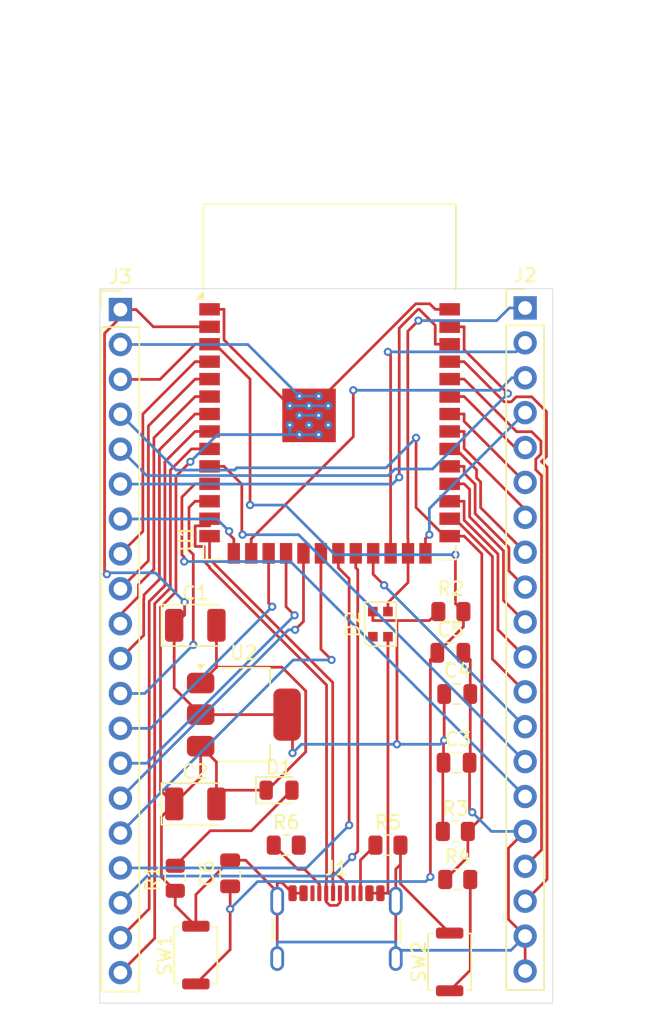
<source format=kicad_pcb>
(kicad_pcb (version 20241229) (generator "pcbnew") (generator_version "9.0")
  (layers (0 "F.Cu" signal) (2 "B.Cu" signal) (13 "F.Paste" user) (15 "B.Paste" user) (5 "F.SilkS" user "F.Silkscreen") (7 "B.SilkS" user "B.Silkscreen") (1 "F.Mask" user) (3 "B.Mask" user) (25 "Edge.Cuts" user))
  (net 0 "")
  (net 1 "+5V")
  (net 2 "+3V3")
  (net 3 "EN")
  (net 4 "Net-(D1-A)")
  (net 5 "IO48")
  (net 7 "D+")
  (net 8 "D-")
  (net 9 "Net-(J1-CC1)")
  (net 10 "Net-(J1-CC2)")
  (net 11 "BOOT")
  (net 12 "Net-(R4-Pad2)")
  (net 14 "IO5")
  (net 15 "IO17")
  (net 16 "IO9")
  (net 17 "IO14")
  (net 18 "IO11")
  (net 19 "RX")
  (net 20 "IO10")
  (net 21 "IO47")
  (net 22 "IO8")
  (net 23 "IO18")
  (net 24 "IO40")
  (net 25 "TX")
  (net 26 "IO13")
  (net 27 "IO6")
  (net 28 "IO38")
  (net 29 "IO46")
  (net 30 "IO41")
  (net 31 "IO2")
  (net 32 "IO39")
  (net 33 "IO15")
  (net 34 "IO23")
  (net 35 "IO7")
  (net 36 "IO35")
  (net 37 "IO12")
  (net 38 "IO3")
  (net 39 "IO42")
  (net 40 "IO37")
  (net 41 "IO1")
  (net 42 "IO36")
  (net 43 "IO16")
  (net 44 "IO45")
  (net 45 "IO4")
  (footprint "Connector_PinHeader_2.54mm:PinHeader_1x20_P2.54mm_Vertical" (layer "F.Cu") (at 222.5 57.52)
    (property "Reference" "J3")
    (property "Value" "Conn_01x20_Pin")
  )
  (footprint "Resistor_SMD:R_0805_2012Metric" (layer "F.Cu") (at 246.9125 95.5)
    (property "Reference" "R3")
    (property "Value" "10k")
  )
  (footprint "Capacitor_Tantalum_SMD:CP_EIA-3528-12_Kemet-T" (layer "F.Cu") (at 227.96 80.5)
    (property "Reference" "C1")
    (property "Value" "22 uf")
  )
  (footprint "Resistor_SMD:R_0805_2012Metric" (layer "F.Cu") (at 242 96.5)
    (property "Reference" "R5")
    (property "Value" "5.1K")
  )
  (footprint "Capacitor_SMD:C_0805_2012Metric" (layer "F.Cu") (at 230.5 98.55 90)
    (property "Reference" "C6")
    (property "Value" "100 NF")
  )
  (footprint "Button_Switch_SMD:SW_Push_SPST_NO_Alps_SKRK" (layer "F.Cu") (at 228 104.5 90)
    (property "Reference" "SW1")
    (property "Value" "SW_Push")
  )
  (footprint "Connector_PinHeader_2.54mm:PinHeader_1x20_P2.54mm_Vertical" (layer "F.Cu") (at 252 57.4)
    (property "Reference" "J2")
    (property "Value" "Conn_01x20_Pin")
  )
  (footprint "Resistor_SMD:R_0805_2012Metric" (layer "F.Cu") (at 247.0875 99)
    (property "Reference" "R4")
    (property "Value" "100R")
  )
  (footprint "Resistor_SMD:R_0805_2012Metric" (layer "F.Cu") (at 246.5875 79.5)
    (property "Reference" "R2")
    (property "Value" "10k")
  )
  (footprint "Package_TO_SOT_SMD:SOT-223-3_TabPin2" (layer "F.Cu") (at 231.5 87)
    (property "Reference" "U2")
    (property "Value" "AMS1117-3.3")
  )
  (footprint "Capacitor_SMD:C_0805_2012Metric" (layer "F.Cu") (at 247.05 85.5)
    (property "Reference" "C4")
    (property "Value" "100 nf")
  )
  (footprint "Connector_USB:USB_C_Receptacle_GCT_USB4105-xx-A_16P_TopMnt_Horizontal" (layer "F.Cu") (at 238.25 103.68)
    (property "Reference" "J1")
    (property "Value" "USB_C_Receptacle_USB2.0_14P")
  )
  (footprint "LED_SMD:LED_WS2812B-2020_PLCC4_2.0x2.0mm" (layer "F.Cu") (at 241.45 80.415 90)
    (property "Reference" "D2")
    (property "Value" "WS2812B-2020")
  )
  (footprint "Capacitor_SMD:C_0805_2012Metric" (layer "F.Cu") (at 247 90.5)
    (property "Reference" "C3")
    (property "Value" "22 uf")
  )
  (footprint "Resistor_SMD:R_0805_2012Metric" (layer "F.Cu") (at 234.5875 96.5)
    (property "Reference" "R6")
    (property "Value" "5.1K")
  )
  (footprint "Capacitor_Tantalum_SMD:CP_EIA-3528-12_Kemet-T" (layer "F.Cu") (at 227.96 93.5)
    (property "Reference" "C2")
    (property "Value" "22 uf")
  )
  (footprint "RF_Module:ESP32-S3-WROOM-1" (layer "F.Cu") (at 237.75 62.76)
    (property "Reference" "U1")
    (property "Value" "ESP32-S3-WROOM-1")
  )
  (footprint "Resistor_SMD:R_0805_2012Metric" (layer "F.Cu") (at 226.5 98.9125 90)
    (property "Reference" "R1")
    (property "Value" "2k")
  )
  (footprint "Button_Switch_SMD:SW_Push_SPST_NO_Alps_SKRK" (layer "F.Cu") (at 246.5 105 90)
    (property "Reference" "SW2")
    (property "Value" "SW_Push")
  )
  (footprint "Capacitor_SMD:C_0805_2012Metric" (layer "F.Cu") (at 246.55 82.5)
    (property "Reference" "C5")
    (property "Value" "1 uf")
  )
  (footprint "LED_SMD:LED_0805_2012Metric" (layer "F.Cu") (at 234.0625 92.5)
    (property "Reference" "D1")
    (property "Value" "LED")
  )
  (gr_rect (start 221 56) (end 254 108) (stroke (width 0.05)) (fill no) (layer "Edge.Cuts"))
  (segment (start 248 90.45) (end 247.95 90.5) (width 0.2) (layer "F.Cu") (net 1))
  (segment (start 234.2733 99.2233) (end 235.05 100) (width 0.2) (layer "F.Cu") (net 1))
  (segment (start 228 102.4) (end 226.5 100.9) (width 0.2) (layer "F.Cu") (net 1))
  (segment (start 225.4249 79.1831) (end 225.4249 92.5049) (width 0.2) (layer "F.Cu") (net 1))
  (segment (start 245.0466 57.0983) (end 244.0265 57.0983) (width 0.2) (layer "F.Cu") (net 1))
  (segment (start 230.0517 57.5) (end 230.0517 59.7217) (width 0.2) (layer "F.Cu") (net 1))
  (segment (start 242 81.33) (end 242 100) (width 0.2) (layer "F.Cu") (net 1))
  (segment (start 230.0517 59.7217) (end 234.85 64.52) (width 0.2) (layer "F.Cu") (net 1))
  (segment (start 228 102.4) (end 228 100.1) (width 0.2) (layer "F.Cu") (net 1))
  (segment (start 233.93 99.8991) (end 231.6309 97.6) (width 0.2) (layer "F.Cu") (net 1))
  (segment (start 226.5471 69.6482) (end 226.5471 78.0609) (width 0.2) (layer "F.Cu") (net 1))
  (segment (start 236.95 63.82) (end 236.95 65.22) (width 0.2) (layer "F.Cu") (net 1))
  (segment (start 233.93 99.8991) (end 233.93 99.2233) (width 0.2) (layer "F.Cu") (net 1))
  (segment (start 248.146 94.1083) (end 247.95 93.9123) (width 0.2) (layer "F.Cu") (net 1))
  (segment (start 242.912 99.3125) (end 242.912 97.9062) (width 0.2) (layer "F.Cu") (net 1))
  (segment (start 236.25 64.52) (end 236.25 65.22) (width 0.2) (layer "F.Cu") (net 1))
  (segment (start 225.4902 94.4298) (end 226.42 93.5) (width 0.2) (layer "F.Cu") (net 1))
  (segment (start 233.125 92.5) (end 229.5 92.5) (width 0.2) (layer "F.Cu") (net 1))
  (segment (start 241.45 100) (end 240.65 100) (width 0.2) (layer "F.Cu") (net 1))
  (segment (start 242.57 100) (end 242.57 100.575) (width 0.2) (layer "F.Cu") (net 1))
  (segment (start 250.7839 96.7161) (end 250.7839 101.9039) (width 0.2) (layer "F.Cu") (net 1))
  (segment (start 233.93 104.755) (end 233.93 100.575) (width 0.2) (layer "F.Cu") (net 1))
  (segment (start 234.2779 83.55) (end 229.5 83.55) (width 0.2) (layer "F.Cu") (net 1))
  (segment (start 226.5471 78.0609) (end 225.4249 79.1831) (width 0.2) (layer "F.Cu") (net 1))
  (segment (start 228 100.1) (end 230.5 97.6) (width 0.2) (layer "F.Cu") (net 1))
  (segment (start 226.5 99.825) (end 225.4902 98.8152) (width 0.2) (layer "F.Cu") (net 1))
  (segment (start 229.5 83.55) (end 229.5 80.5) (width 0.2) (layer "F.Cu") (net 1))
  (segment (start 228.35 91.57) (end 228.35 89.3) (width 0.2) (layer "F.Cu") (net 1))
  (segment (start 233.125 92.5) (end 233.2182 92.5) (width 0.2) (layer "F.Cu") (net 1))
  (segment (start 233.93 99.2233) (end 234.2733 99.2233) (width 0.2) (layer "F.Cu") (net 1))
  (segment (start 229.5 90.45) (end 229.5 92.5) (width 0.2) (layer "F.Cu") (net 1))
  (segment (start 227.5983 68.597) (end 226.5471 69.6482) (width 0.2) (layer "F.Cu") (net 1))
  (segment (start 237.65 63.4748) (end 237.65 64.52) (width 0.2) (layer "F.Cu") (net 1))
  (segment (start 228.35 84.7) (end 229.5 83.55) (width 0.2) (layer "F.Cu") (net 1))
  (segment (start 231.6309 97.6) (end 230.5 97.6) (width 0.2) (layer "F.Cu") (net 1))
  (segment (start 242.9125 96.5) (end 242.912 96.5) (width 0.2) (layer "F.Cu") (net 1))
  (segment (start 246.5 102.9) (end 242.912 99.3125) (width 0.2) (layer "F.Cu") (net 1))
  (segment (start 225.4249 92.5049) (end 226.42 93.5) (width 0.2) (layer "F.Cu") (net 1))
  (segment (start 242.912 97.9062) (end 242.57 98.2482) (width 0.2) (layer "F.Cu") (net 1))
  (segment (start 252 95.5) (end 250.7839 96.7161) (width 0.2) (layer "F.Cu") (net 1))
  (segment (start 237.65 65.92) (end 237.65 64.52) (width 0.2) (layer "F.Cu") (net 1))
  (segment (start 233.93 100.575) (end 233.93 99.8991) (width 0.2) (layer "F.Cu") (net 1))
  (segment (start 246.5 57.5) (end 245.4483 57.5) (width 0.2) (layer "F.Cu") (net 1))
  (segment (start 236.0061 89.7121) (end 236.0061 85.2782) (width 0.2) (layer "F.Cu") (net 1))
  (segment (start 234.85 65.92) (end 234.85 64.52) (width 0.2) (layer "F.Cu") (net 1))
  (segment (start 242.57 104.755) (end 242.57 100.575) (width 0.2) (layer "F.Cu") (net 1))
  (segment (start 252 105.66) (end 252 103.12) (width 0.2) (layer "F.Cu") (net 1))
  (segment (start 226.42 93.5) (end 228.35 91.57) (width 0.2) (layer "F.Cu") (net 1))
  (segment (start 228.35 89.3) (end 229.5 90.45) (width 0.2) (layer "F.Cu") (net 1))
  (segment (start 248 85.5) (end 248 83) (width 0.2) (layer "F.Cu") (net 1))
  (segment (start 250.7839 101.9039) (end 252 103.12) (width 0.2) (layer "F.Cu") (net 1))
  (segment (start 236.25 65.92) (end 236.25 65.22) (width 0.2) (layer "F.Cu") (net 1))
  (segment (start 236.95 65.22) (end 236.95 66.62) (width 0.2) (layer "F.Cu") (net 1))
  (segment (start 248 83) (end 247.5 82.5) (width 0.2) (layer "F.Cu") (net 1))
  (segment (start 226.5 100.9) (end 226.5 99.825) (width 0.2) (layer "F.Cu") (net 1))
  (segment (start 248 85.5) (end 248 90.45) (width 0.2) (layer "F.Cu") (net 1))
  (segment (start 233.2182 92.5) (end 236.0061 89.7121) (width 0.2) (layer "F.Cu") (net 1))
  (segment (start 242.912 97.9062) (end 242.912 96.5) (width 0.2) (layer "F.Cu") (net 1))
  (segment (start 229 57.5) (end 230.0517 57.5) (width 0.2) (layer "F.Cu") (net 1))
  (segment (start 244.0265 57.0983) (end 237.65 63.4748) (width 0.2) (layer "F.Cu") (net 1))
  (segment (start 242.57 100) (end 242 100) (width 0.2) (layer "F.Cu") (net 1))
  (segment (start 242 100) (end 241.45 100) (width 0.2) (layer "F.Cu") (net 1))
  (segment (start 247.95 93.9123) (end 247.95 90.5) (width 0.2) (layer "F.Cu") (net 1))
  (segment (start 235.85 100) (end 235.05 100) (width 0.2) (layer "F.Cu") (net 1))
  (segment (start 242.57 98.2482) (end 242.57 100) (width 0.2) (layer "F.Cu") (net 1))
  (segment (start 229.5 92.5) (end 229.5 93.5) (width 0.2) (layer "F.Cu") (net 1))
  (segment (start 225.4902 98.8152) (end 225.4902 94.4298) (width 0.2) (layer "F.Cu") (net 1))
  (segment (start 245.4483 57.5) (end 245.0466 57.0983) (width 0.2) (layer "F.Cu") (net 1))
  (segment (start 236.0061 85.2782) (end 234.2779 83.55) (width 0.2) (layer "F.Cu") (net 1))
  (via (at 227.5983 68.597) (size 0.6) (drill 0.3) (layers "F.Cu" "B.Cu") (net 1))
  (via (at 248.146 94.1083) (size 0.6) (drill 0.3) (layers "F.Cu" "B.Cu") (net 1))
  (segment (start 252 95.5) (end 249.5377 95.5) (width 0.2) (layer "B.Cu") (net 1))
  (segment (start 236.95 65.22) (end 235.55 65.22) (width 0.2) (layer "B.Cu") (net 1))
  (segment (start 242.57 104.1541) (end 242.57 103.5533) (width 0.2) (layer "B.Cu") (net 1))
  (segment (start 235.55 63.82) (end 231.79 60.06) (width 0.2) (layer "B.Cu") (net 1))
  (segment (start 250.9659 104.1541) (end 252 103.12) (width 0.2) (layer "B.Cu") (net 1))
  (segment (start 231.79 60.06) (end 222.5 60.06) (width 0.2) (layer "B.Cu") (net 1))
  (segment (start 233.93 104.755) (end 233.93 103.5533) (width 0.2) (layer "B.Cu") (net 1))
  (segment (start 234.85 66.62) (end 234.85 65.92) (width 0.2) (layer "B.Cu") (net 1))
  (segment (start 242.57 104.755) (end 242.57 104.1541) (width 0.2) (layer "B.Cu") (net 1))
  (segment (start 236.95 63.82) (end 235.55 63.82) (width 0.2) (layer "B.Cu") (net 1))
  (segment (start 242.57 103.5533) (end 233.93 103.5533) (width 0.2) (layer "B.Cu") (net 1))
  (segment (start 242.57 104.1541) (end 250.9659 104.1541) (width 0.2) (layer "B.Cu") (net 1))
  (segment (start 237.65 64.52) (end 236.25 64.52) (width 0.2) (layer "B.Cu") (net 1))
  (segment (start 249.5377 95.5) (end 248.146 94.1083) (width 0.2) (layer "B.Cu") (net 1))
  (segment (start 227.5983 68.597) (end 229.5753 66.62) (width 0.2) (layer "B.Cu") (net 1))
  (segment (start 235.55 66.62) (end 234.85 66.62) (width 0.2) (layer "B.Cu") (net 1))
  (segment (start 229.5753 66.62) (end 234.85 66.62) (width 0.2) (layer "B.Cu") (net 1))
  (segment (start 235.55 66.62) (end 236.95 66.62) (width 0.2) (layer "B.Cu") (net 1))
  (segment (start 234.85 64.52) (end 236.25 64.52) (width 0.2) (layer "B.Cu") (net 1))
  (segment (start 240.9 79.5) (end 240.9 80.1517) (width 0.2) (layer "F.Cu") (net 2))
  (segment (start 240.9 80.1517) (end 242.6568 80.1517) (width 0.2) (layer "F.Cu") (net 2))
  (segment (start 223.0759 57.52) (end 221.3483 59.2476) (width 0.2) (layer "F.Cu") (net 2))
  (segment (start 246 90.55) (end 246.05 90.5) (width 0.2) (layer "F.Cu") (net 2))
  (segment (start 223.0759 57.52) (end 223.6517 57.52) (width 0.2) (layer "F.Cu") (net 2))
  (segment (start 235.0457 87.3957) (end 234.65 87) (width 0.2) (layer "F.Cu") (net 2))
  (segment (start 224.9017 58.77) (end 229 58.77) (width 0.2) (layer "F.Cu") (net 2))
  (segment (start 235.0457 89.8009) (end 235.0457 87.3957) (width 0.2) (layer "F.Cu") (net 2))
  (segment (start 242.6568 80.1517) (end 245.0233 80.1517) (width 0.2) (layer "F.Cu") (net 2))
  (segment (start 222.5 57.52) (end 223.0759 57.52) (width 0.2) (layer "F.Cu") (net 2))
  (segment (start 246.1 88.8808) (end 246.1 85.5) (width 0.2) (layer "F.Cu") (net 2))
  (segment (start 221.3483 76.6132) (end 221.5168 76.7817) (width 0.2) (layer "F.Cu") (net 2))
  (segment (start 242.6568 80.1517) (end 242.6568 89.16) (width 0.2) (layer "F.Cu") (net 2))
  (segment (start 234.65 87) (end 228.35 87) (width 0.2) (layer "F.Cu") (net 2))
  (segment (start 226.42 80.5) (end 227.1796 79.7404) (width 0.2) (layer "F.Cu") (net 2))
  (segment (start 223.6517 57.52) (end 224.9017 58.77) (width 0.2) (layer "F.Cu") (net 2))
  (segment (start 227.1796 79.7404) (end 227.1796 78.8055) (width 0.2) (layer "F.Cu") (net 2))
  (segment (start 246.1 88.8808) (end 246.05 88.9308) (width 0.2) (layer "F.Cu") (net 2))
  (segment (start 221.3483 59.2476) (end 221.3483 76.6132) (width 0.2) (layer "F.Cu") (net 2))
  (segment (start 246.05 88.9308) (end 246.05 90.5) (width 0.2) (layer "F.Cu") (net 2))
  (segment (start 246 95.5) (end 246 90.55) (width 0.2) (layer "F.Cu") (net 2))
  (segment (start 226.42 80.5) (end 226.42 85.07) (width 0.2) (layer "F.Cu") (net 2))
  (segment (start 245.0233 80.1517) (end 245.675 79.5) (width 0.2) (layer "F.Cu") (net 2))
  (segment (start 226.42 85.07) (end 228.35 87) (width 0.2) (layer "F.Cu") (net 2))
  (via (at 246.1 88.8808) (size 0.6) (drill 0.3) (layers "F.Cu" "B.Cu") (net 2))
  (via (at 242.6568 89.16) (size 0.6) (drill 0.3) (layers "F.Cu" "B.Cu") (net 2))
  (via (at 235.0457 89.8009) (size 0.6) (drill 0.3) (layers "F.Cu" "B.Cu") (net 2))
  (via (at 227.1796 78.8055) (size 0.6) (drill 0.3) (layers "F.Cu" "B.Cu") (net 2))
  (via (at 221.5168 76.7817) (size 0.6) (drill 0.3) (layers "F.Cu" "B.Cu") (net 2))
  (segment (start 221.5168 76.7817) (end 221.6227 76.6758) (width 0.2) (layer "B.Cu") (net 2))
  (segment (start 225.0499 76.6758) (end 227.1796 78.8055) (width 0.2) (layer "B.Cu") (net 2))
  (segment (start 235.6866 89.16) (end 242.6568 89.16) (width 0.2) (layer "B.Cu") (net 2))
  (segment (start 245.8208 89.16) (end 246.1 88.8808) (width 0.2) (layer "B.Cu") (net 2))
  (segment (start 235.0457 89.8009) (end 235.6866 89.16) (width 0.2) (layer "B.Cu") (net 2))
  (segment (start 242.6568 89.16) (end 245.8208 89.16) (width 0.2) (layer "B.Cu") (net 2))
  (segment (start 221.6227 76.6758) (end 225.0499 76.6758) (width 0.2) (layer "B.Cu") (net 2))
  (segment (start 230.5 104.1) (end 228 106.6) (width 0.2) (layer "F.Cu") (net 3))
  (segment (start 245.6 82.5) (end 247.5 80.6) (width 0.2) (layer "F.Cu") (net 3))
  (segment (start 230.5 101.1505) (end 230.5 99.5) (width 0.2) (layer "F.Cu") (net 3))
  (segment (start 229 60.04) (end 227.9483 60.04) (width 0.2) (layer "F.Cu") (net 3))
  (segment (start 225.3883 62.6) (end 222.5 62.6) (width 0.2) (layer "F.Cu") (net 3))
  (segment (start 247.5 80.6) (end 247.5 79.5) (width 0.2) (layer "F.Cu") (net 3))
  (segment (start 246.9174 78.9174) (end 246.9174 75.359) (width 0.2) (layer "F.Cu") (net 3))
  (segment (start 247.5 79.5) (end 246.9174 78.9174) (width 0.2) (layer "F.Cu") (net 3))
  (segment (start 245.0935 98.8133) (end 245.0935 83.0065) (width 0.2) (layer "F.Cu") (net 3))
  (segment (start 229.409 60.04) (end 229 60.04) (width 0.2) (layer "F.Cu") (net 3))
  (segment (start 245.0935 83.0065) (end 245.6 82.5) (width 0.2) (layer "F.Cu") (net 3))
  (segment (start 231.9509 62.5819) (end 229.409 60.04) (width 0.2) (layer "F.Cu") (net 3))
  (segment (start 230.5 101.1505) (end 230.5 104.1) (width 0.2) (layer "F.Cu") (net 3))
  (segment (start 231.9509 71.746) (end 231.9509 62.5819) (width 0.2) (layer "F.Cu") (net 3))
  (segment (start 227.9483 60.04) (end 225.3883 62.6) (width 0.2) (layer "F.Cu") (net 3))
  (via (at 245.0935 98.8133) (size 0.6) (drill 0.3) (layers "F.Cu" "B.Cu") (net 3))
  (via (at 246.9174 75.359) (size 0.6) (drill 0.3) (layers "F.Cu" "B.Cu") (net 3))
  (via (at 230.5 101.1505) (size 0.6) (drill 0.3) (layers "F.Cu" "B.Cu") (net 3))
  (via (at 231.9509 71.746) (size 0.6) (drill 0.3) (layers "F.Cu" "B.Cu") (net 3))
  (segment (start 232.4994 99.1511) (end 230.5 101.1505) (width 0.2) (layer "B.Cu") (net 3))
  (segment (start 246.9174 75.359) (end 238.1335 75.359) (width 0.2) (layer "B.Cu") (net 3))
  (segment (start 238.1335 75.359) (end 234.5205 71.746) (width 0.2) (layer "B.Cu") (net 3))
  (segment (start 245.0935 98.8133) (end 244.7557 99.1511) (width 0.2) (layer "B.Cu") (net 3))
  (segment (start 234.5205 71.746) (end 231.9509 71.746) (width 0.2) (layer "B.Cu") (net 3))
  (segment (start 244.7557 99.1511) (end 232.4994 99.1511) (width 0.2) (layer "B.Cu") (net 3))
  (segment (start 232.0503 95.4497) (end 229.0503 95.4497) (width 0.2) (layer "F.Cu") (net 4))
  (segment (start 229.0503 95.4497) (end 226.5 98) (width 0.2) (layer "F.Cu") (net 4))
  (segment (start 235 92.5) (end 232.0503 95.4497) (width 0.2) (layer "F.Cu") (net 4))
  (segment (start 244.2219 58.3219) (end 243.448 59.0958) (width 0.2) (layer "F.Cu") (net 5))
  (segment (start 242 78.8483) (end 243.465 77.3833) (width 0.2) (layer "F.Cu") (net 5))
  (segment (start 242 79.5) (end 242 78.8483) (width 0.2) (layer "F.Cu") (net 5))
  (segment (start 243.448 74.1913) (end 243.465 74.2083) (width 0.2) (layer "F.Cu") (net 5))
  (segment (start 243.448 59.0958) (end 243.448 74.1913) (width 0.2) (layer "F.Cu") (net 5))
  (segment (start 243.465 75.26) (end 243.465 74.2083) (width 0.2) (layer "F.Cu") (net 5))
  (segment (start 243.465 77.3833) (end 243.465 75.26) (width 0.2) (layer "F.Cu") (net 5))
  (via (at 244.2219 58.3219) (size 0.6) (drill 0.3) (layers "F.Cu" "B.Cu") (net 5))
  (segment (start 244.2219 58.3218) (end 249.9265 58.3218) (width 0.2) (layer "B.Cu") (net 5))
  (segment (start 252 57.4) (end 250.8483 57.4) (width 0.2) (layer "B.Cu") (net 5))
  (segment (start 249.9265 58.3218) (end 250.8483 57.4) (width 0.2) (layer "B.Cu") (net 5))
  (segment (start 244.2219 58.3219) (end 244.2219 58.3218) (width 0.2) (layer "B.Cu") (net 5))
  (segment (start 229 75.6818) (end 229 74.01) (width 0.2) (layer "F.Cu") (net 7))
  (segment (start 238 99.1375) (end 237.975 99.1125) (width 0.2) (layer "F.Cu") (net 7))
  (segment (start 237.975 98.5442) (end 237.975 84.6568) (width 0.2) (layer "F.Cu") (net 7))
  (segment (start 239 99.3201) (end 238.2241 98.5442) (width 0.2) (layer "F.Cu") (net 7))
  (segment (start 238.2241 98.5442) (end 237.975 98.5442) (width 0.2) (layer "F.Cu") (net 7))
  (segment (start 237.975 84.6568) (end 229 75.6818) (width 0.2) (layer "F.Cu") (net 7))
  (segment (start 239 100) (end 239 99.3201) (width 0.2) (layer "F.Cu") (net 7))
  (segment (start 237.975 99.1125) (end 237.975 98.5442) (width 0.2) (layer "F.Cu") (net 7))
  (segment (start 238 100) (end 238 99.1375) (width 0.2) (layer "F.Cu") (net 7))
  (segment (start 237.5 99.1375) (end 237.525 99.1125) (width 0.2) (layer "F.Cu") (net 8))
  (segment (start 238.2988 100.884) (end 237.7612 100.884) (width 0.2) (layer "F.Cu") (net 8))
  (segment (start 237.5 100.6228) (end 237.5 100) (width 0.2) (layer "F.Cu") (net 8))
  (segment (start 229 73.259) (end 229 72.74) (width 0.2) (layer "F.Cu") (net 8))
  (segment (start 228.599 74.761) (end 227.949 74.761) (width 0.2) (layer "F.Cu") (net 8))
  (segment (start 237.525 99.1125) (end 237.525 84.8432) (width 0.2) (layer "F.Cu") (net 8))
  (segment (start 238.5 100) (end 238.5 100.6828) (width 0.2) (layer "F.Cu") (net 8))
  (segment (start 227.949 74.761) (end 227.949 73.259) (width 0.2) (layer "F.Cu") (net 8))
  (segment (start 229 76.2489) (end 228.599 75.8479) (width 0.2) (layer "F.Cu") (net 8))
  (segment (start 227.949 73.259) (end 229 73.259) (width 0.2) (layer "F.Cu") (net 8))
  (segment (start 237.7612 100.884) (end 237.5 100.6228) (width 0.2) (layer "F.Cu") (net 8))
  (segment (start 229 76.3182) (end 229 76.2489) (width 0.2) (layer "F.Cu") (net 8))
  (segment (start 237.525 84.8432) (end 229 76.3182) (width 0.2) (layer "F.Cu") (net 8))
  (segment (start 238.5 100.6828) (end 238.2988 100.884) (width 0.2) (layer "F.Cu") (net 8))
  (segment (start 237.5 100) (end 237.5 99.1375) (width 0.2) (layer "F.Cu") (net 8))
  (segment (start 228.599 75.8479) (end 228.599 74.761) (width 0.2) (layer "F.Cu") (net 8))
  (segment (start 235.4391 98.2641) (end 235.927 98.2641) (width 0.2) (layer "F.Cu") (net 9))
  (segment (start 235.927 98.2641) (end 237 99.3371) (width 0.2) (layer "F.Cu") (net 9))
  (segment (start 233.675 96.5) (end 235.4391 98.2641) (width 0.2) (layer "F.Cu") (net 9))
  (segment (start 237 99.3371) (end 237 100) (width 0.2) (layer "F.Cu") (net 9))
  (segment (start 240 97.5875) (end 240 100) (width 0.2) (layer "F.Cu") (net 10))
  (segment (start 241.0875 96.5) (end 240 97.5875) (width 0.2) (layer "F.Cu") (net 10))
  (segment (start 248.8432 75.3015) (end 248.8432 94.4818) (width 0.2) (layer "F.Cu") (net 11))
  (segment (start 244.0498 71.9223) (end 244.0498 66.8546) (width 0.2) (layer "F.Cu") (net 11))
  (segment (start 244.0497 66.8546) (end 244.0498 66.8546) (width 0.2) (layer "F.Cu") (net 11))
  (segment (start 246.5 74.01) (end 247.5517 74.01) (width 0.2) (layer "F.Cu") (net 11))
  (segment (start 246.1375 74.01) (end 244.0498 71.9223) (width 0.2) (layer "F.Cu") (net 11))
  (segment (start 244.0498 66.8546) (end 244.0497 66.8546) (width 0.2) (layer "F.Cu") (net 11))
  (segment (start 246.5 74.01) (end 246.1375 74.01) (width 0.2) (layer "F.Cu") (net 11))
  (segment (start 248.8432 94.4818) (end 247.825 95.5) (width 0.2) (layer "F.Cu") (net 11))
  (segment (start 247.825 95.5) (end 247.825 97.35) (width 0.2) (layer "F.Cu") (net 11))
  (segment (start 247.5517 74.01) (end 248.8432 75.3015) (width 0.2) (layer "F.Cu") (net 11))
  (segment (start 247.825 97.35) (end 246.175 99) (width 0.2) (layer "F.Cu") (net 11))
  (segment (start 244.0498 66.8546) (end 244.0497 66.8546) (width 0.2) (layer "F.Cu") (net 11))
  (via (at 244.0497 66.8546) (size 0.6) (drill 0.3) (layers "F.Cu" "B.Cu") (net 11))
  (segment (start 230.9827 69.034) (end 230.8179 69.1988) (width 0.2) (layer "B.Cu") (net 11))
  (segment (start 230.8179 69.1988) (end 226.5588 69.1988) (width 0.2) (layer "B.Cu") (net 11))
  (segment (start 244.0498 66.8546) (end 244.0497 66.8546) (width 0.2) (layer "B.Cu") (net 11))
  (segment (start 241.8703 69.034) (end 230.9827 69.034) (width 0.2) (layer "B.Cu") (net 11))
  (segment (start 226.5588 69.1988) (end 222.5 65.14) (width 0.2) (layer "B.Cu") (net 11))
  (segment (start 230.9827 69.034) (end 230.8179 69.1988) (width 0.2) (layer "B.Cu") (net 11))
  (segment (start 244.0497 66.8546) (end 241.8703 69.034) (width 0.2) (layer "B.Cu") (net 11))
  (segment (start 244.0497 66.8546) (end 244.0498 66.8546) (width 0.2) (layer "B.Cu") (net 11))
  (segment (start 248 105.6) (end 248 99) (width 0.2) (layer "F.Cu") (net 12))
  (segment (start 246.5 107.1) (end 248 105.6) (width 0.2) (layer "F.Cu") (net 12))
  (segment (start 227.9483 62.58) (end 224.5386 65.9897) (width 0.2) (layer "F.Cu") (net 14))
  (segment (start 224.5386 65.9897) (end 224.5386 75.8014) (width 0.2) (layer "F.Cu") (net 14))
  (segment (start 229 62.58) (end 227.9483 62.58) (width 0.2) (layer "F.Cu") (net 14))
  (segment (start 224.5386 75.8014) (end 222.5 77.84) (width 0.2) (layer "F.Cu") (net 14))
  (segment (start 231.3492 73.8542) (end 231.4 73.905) (width 0.2) (layer "F.Cu") (net 15))
  (segment (start 231.3492 70.2275) (end 231.3492 73.8542) (width 0.2) (layer "F.Cu") (net 15))
  (segment (start 230.0517 68.93) (end 231.3492 70.2275) (width 0.2) (layer "F.Cu") (net 15))
  (segment (start 229 68.93) (end 230.0517 68.93) (width 0.2) (layer "F.Cu") (net 15))
  (via (at 231.4 73.905) (size 0.6) (drill 0.3) (layers "F.Cu" "B.Cu") (net 15))
  (segment (start 252 90.42) (end 235.485 73.905) (width 0.2) (layer "B.Cu") (net 15))
  (segment (start 235.485 73.905) (end 231.4 73.905) (width 0.2) (layer "B.Cu") (net 15))
  (segment (start 233.305 78.8876) (end 233.305 75.26) (width 0.2) (layer "F.Cu") (net 16))
  (segment (start 233.5623 79.1449) (end 233.305 78.8876) (width 0.2) (layer "F.Cu") (net 16))
  (via (at 233.5623 79.1449) (size 0.6) (drill 0.3) (layers "F.Cu" "B.Cu") (net 16))
  (segment (start 224.7072 88) (end 233.5623 79.1449) (width 0.2) (layer "B.Cu") (net 16))
  (segment (start 222.5 88) (end 224.7072 88) (width 0.2) (layer "B.Cu") (net 16))
  (segment (start 239.655 75.26) (end 239.655 76.3117) (width 0.2) (layer "F.Cu") (net 17))
  (segment (start 239.8 96.9562) (end 239.3938 97.3624) (width 0.2) (layer "F.Cu") (net 17))
  (segment (start 239.655 76.3117) (end 239.8 76.4567) (width 0.2) (layer "F.Cu") (net 17))
  (segment (start 239.8 76.4567) (end 239.8 96.9562) (width 0.2) (layer "F.Cu") (net 17))
  (via (at 239.3938 97.3624) (size 0.6) (drill 0.3) (layers "F.Cu" "B.Cu") (net 17))
  (segment (start 238.0068 98.7494) (end 224.4506 98.7494) (width 0.2) (layer "B.Cu") (net 17))
  (segment (start 224.4506 98.7494) (end 222.5 100.7) (width 0.2) (layer "B.Cu") (net 17))
  (segment (start 239.3938 97.3624) (end 238.0068 98.7494) (width 0.2) (layer "B.Cu") (net 17))
  (segment (start 235.233 80.8256) (end 235.845 80.2136) (width 0.2) (layer "F.Cu") (net 18))
  (segment (start 235.845 80.2136) (end 235.845 75.26) (width 0.2) (layer "F.Cu") (net 18))
  (via (at 235.233 80.8256) (size 0.6) (drill 0.3) (layers "F.Cu" "B.Cu") (net 18))
  (segment (start 222.5 93.08) (end 234.7544 80.8256) (width 0.2) (layer "B.Cu") (net 18))
  (segment (start 234.7544 80.8256) (end 235.233 80.8256) (width 0.2) (layer "B.Cu") (net 18))
  (segment (start 253.1517 67.0829) (end 252.4756 66.4068) (width 0.2) (layer "F.Cu") (net 19))
  (segment (start 252.4756 66.4068) (end 251.3785 66.4068) (width 0.2) (layer "F.Cu") (net 19))
  (segment (start 253.195 69.5952) (end 252.7729 69.1731) (width 0.2) (layer "F.Cu") (net 19))
  (segment (start 251.3785 66.4068) (end 247.5517 62.58) (width 0.2) (layer "F.Cu") (net 19))
  (segment (start 252 98.04) (end 253.195 96.845) (width 0.2) (layer "F.Cu") (net 19))
  (segment (start 252.7729 68.4159) (end 253.1517 68.0371) (width 0.2) (layer "F.Cu") (net 19))
  (segment (start 252.7729 69.1731) (end 252.7729 68.4159) (width 0.2) (layer "F.Cu") (net 19))
  (segment (start 253.195 96.845) (end 253.195 69.5952) (width 0.2) (layer "F.Cu") (net 19))
  (segment (start 246.5 62.58) (end 247.5517 62.58) (width 0.2) (layer "F.Cu") (net 19))
  (segment (start 253.1517 68.0371) (end 253.1517 67.0829) (width 0.2) (layer "F.Cu") (net 19))
  (segment (start 235.1951 79.7686) (end 234.575 79.1485) (width 0.2) (layer "F.Cu") (net 20))
  (segment (start 234.575 79.1485) (end 234.575 75.26) (width 0.2) (layer "F.Cu") (net 20))
  (via (at 235.1951 79.7686) (size 0.6) (drill 0.3) (layers "F.Cu" "B.Cu") (net 20))
  (segment (start 224.4237 90.54) (end 235.1951 79.7686) (width 0.2) (layer "B.Cu") (net 20))
  (segment (start 222.5 90.54) (end 224.4237 90.54) (width 0.2) (layer "B.Cu") (net 20))
  (segment (start 241.9961 60.5961) (end 242.195 60.795) (width 0.2) (layer "F.Cu") (net 21))
  (segment (start 242.195 60.795) (end 242.195 75.26) (width 0.2) (layer "F.Cu") (net 21))
  (via (at 241.9961 60.5961) (size 0.6) (drill 0.3) (layers "F.Cu" "B.Cu") (net 21))
  (segment (start 241.9961 60.5961) (end 251.3439 60.5961) (width 0.2) (layer "B.Cu") (net 21))
  (segment (start 251.3439 60.5961) (end 252 59.94) (width 0.2) (layer "B.Cu") (net 21))
  (segment (start 227.499 71.9193) (end 227.499 75.0287) (width 0.2) (layer "F.Cu") (net 22))
  (segment (start 227.812 75.3417) (end 227.812 81.9234) (width 0.2) (layer "F.Cu") (net 22))
  (segment (start 227.9483 71.47) (end 227.499 71.9193) (width 0.2) (layer "F.Cu") (net 22))
  (segment (start 229 71.47) (end 227.9483 71.47) (width 0.2) (layer "F.Cu") (net 22))
  (segment (start 227.499 75.0287) (end 227.812 75.3417) (width 0.2) (layer "F.Cu") (net 22))
  (via (at 227.812 81.9234) (size 0.6) (drill 0.3) (layers "F.Cu" "B.Cu") (net 22))
  (segment (start 222.5 85.46) (end 224.2754 85.46) (width 0.2) (layer "B.Cu") (net 22))
  (segment (start 224.2754 85.46) (end 227.812 81.9234) (width 0.2) (layer "B.Cu") (net 22))
  (segment (start 229 70.2) (end 227.9483 70.2) (width 0.2) (layer "F.Cu") (net 23))
  (segment (start 226.9825 75.3629) (end 227.1488 75.5292) (width 0.2) (layer "F.Cu") (net 23))
  (segment (start 226.9825 75.3629) (end 227.1488 75.5292) (width 0.2) (layer "F.Cu") (net 23))
  (segment (start 227.9483 70.2) (end 226.9825 71.1658) (width 0.2) (layer "F.Cu") (net 23))
  (segment (start 226.9825 71.1658) (end 226.9825 75.3629) (width 0.2) (layer "F.Cu") (net 23))
  (segment (start 227.1488 75.5292) (end 227.1488 75.8567) (width 0.2) (layer "F.Cu") (net 23))
  (via (at 227.1488 75.8567) (size 0.6) (drill 0.3) (layers "F.Cu" "B.Cu") (net 23))
  (segment (start 227.1488 75.8567) (end 234.8967 75.8567) (width 0.2) (layer "B.Cu") (net 23))
  (segment (start 234.8967 75.8567) (end 252 92.96) (width 0.2) (layer "B.Cu") (net 23))
  (segment (start 247.5517 67.6237) (end 247.5517 66.39) (width 0.2) (layer "F.Cu") (net 24))
  (segment (start 252 72.072) (end 247.5517 67.6237) (width 0.2) (layer "F.Cu") (net 24))
  (segment (start 252 72.64) (end 252 72.072) (width 0.2) (layer "F.Cu") (net 24))
  (segment (start 246.5 66.39) (end 247.5517 66.39) (width 0.2) (layer "F.Cu") (net 24))
  (segment (start 253.5534 68.2234) (end 253.195 68.5818) (width 0.2) (layer "F.Cu") (net 25))
  (segment (start 252 100.58) (end 253.5967 98.9833) (width 0.2) (layer "F.Cu") (net 25))
  (segment (start 250.9918 64.2317) (end 251.3551 63.8684) (width 0.2) (layer "F.Cu") (net 25))
  (segment (start 253.3613 68.7481) (end 253.195 68.5818) (width 0.2) (layer "F.Cu") (net 25))
  (segment (start 247.5517 61.31) (end 250.4734 64.2317) (width 0.2) (layer "F.Cu") (net 25))
  (segment (start 246.5 61.31) (end 247.5517 61.31) (width 0.2) (layer "F.Cu") (net 25))
  (segment (start 251.3551 63.8683) (end 252.4771 63.8683) (width 0.2) (layer "F.Cu") (net 25))
  (segment (start 251.3551 63.8684) (end 251.3551 63.8683) (width 0.2) (layer "F.Cu") (net 25))
  (segment (start 250.4734 64.2317) (end 250.9918 64.2317) (width 0.2) (layer "F.Cu") (net 25))
  (segment (start 252.4771 63.8683) (end 253.5534 64.9446) (width 0.2) (layer "F.Cu") (net 25))
  (segment (start 253.5534 64.9446) (end 253.5534 68.2234) (width 0.2) (layer "F.Cu") (net 25))
  (segment (start 253.5967 68.9835) (end 253.3613 68.7481) (width 0.2) (layer "F.Cu") (net 25))
  (segment (start 253.3613 68.7481) (end 253.195 68.5818) (width 0.2) (layer "F.Cu") (net 25))
  (segment (start 253.5967 98.9833) (end 253.5967 68.9835) (width 0.2) (layer "F.Cu") (net 25))
  (segment (start 238.385 75.26) (end 238.385 76.3117) (width 0.2) (layer "F.Cu") (net 26))
  (segment (start 239.171 77.0977) (end 238.385 76.3117) (width 0.2) (layer "F.Cu") (net 26))
  (segment (start 239.171 95.05) (end 239.171 77.0977) (width 0.2) (layer "F.Cu") (net 26))
  (via (at 239.171 95.05) (size 0.6) (drill 0.3) (layers "F.Cu" "B.Cu") (net 26))
  (segment (start 239.171 95.05) (end 236.061 98.16) (width 0.2) (layer "B.Cu") (net 26))
  (segment (start 236.061 98.16) (end 222.5 98.16) (width 0.2) (layer "B.Cu") (net 26))
  (segment (start 224.9403 66.858) (end 224.9403 76.4173) (width 0.2) (layer "F.Cu") (net 27))
  (segment (start 223.8181 77.5395) (end 223.8181 78.404) (width 0.2) (layer "F.Cu") (net 27))
  (segment (start 222.5 79.7221) (end 222.5 80.38) (width 0.2) (layer "F.Cu") (net 27))
  (segment (start 224.9403 76.4173) (end 223.8181 77.5395) (width 0.2) (layer "F.Cu") (net 27))
  (segment (start 229 63.85) (end 227.9483 63.85) (width 0.2) (layer "F.Cu") (net 27))
  (segment (start 227.9483 63.85) (end 224.9403 66.858) (width 0.2) (layer "F.Cu") (net 27))
  (segment (start 223.8181 78.404) (end 222.5 79.7221) (width 0.2) (layer "F.Cu") (net 27))
  (segment (start 246.5 68.93) (end 247.5517 68.93) (width 0.2) (layer "F.Cu") (net 28))
  (segment (start 247.5517 69.4304) (end 247.5517 68.93) (width 0.2) (layer "F.Cu") (net 28))
  (segment (start 248.3551 72.3711) (end 248.3551 70.2338) (width 0.2) (layer "F.Cu") (net 28))
  (segment (start 250.8208 76.5408) (end 250.8208 74.8368) (width 0.2) (layer "F.Cu") (net 28))
  (segment (start 250.8208 74.8368) (end 248.3551 72.3711) (width 0.2) (layer "F.Cu") (net 28))
  (segment (start 248.3551 70.2338) (end 247.5517 69.4304) (width 0.2) (layer "F.Cu") (net 28))
  (segment (start 252 77.72) (end 250.8208 76.5408) (width 0.2) (layer "F.Cu") (net 28))
  (segment (start 239.4752 66.7681) (end 239.4752 63.3918) (width 0.2) (layer "F.Cu") (net 29))
  (segment (start 232.035 74.2083) (end 239.4752 66.7681) (width 0.2) (layer "F.Cu") (net 29))
  (segment (start 232.035 75.26) (end 232.035 74.2083) (width 0.2) (layer "F.Cu") (net 29))
  (via (at 239.4752 63.3918) (size 0.6) (drill 0.3) (layers "F.Cu" "B.Cu") (net 29))
  (segment (start 251.0418 62.48) (end 250.1301 63.3917) (width 0.2) (layer "B.Cu") (net 29))
  (segment (start 250.1301 63.3918) (end 239.4752 63.3918) (width 0.2) (layer "B.Cu") (net 29))
  (segment (start 250.1301 63.3917) (end 250.1301 63.3918) (width 0.2) (layer "B.Cu") (net 29))
  (segment (start 252 62.48) (end 251.0418 62.48) (width 0.2) (layer "B.Cu") (net 29))
  (segment (start 247.5517 65.12) (end 247.5517 65.6517) (width 0.2) (layer "F.Cu") (net 30))
  (segment (start 247.5517 65.6517) (end 252 70.1) (width 0.2) (layer "F.Cu") (net 30))
  (segment (start 246.5 65.12) (end 247.5517 65.12) (width 0.2) (layer "F.Cu") (net 30))
  (segment (start 245.4483 60.04) (end 245.4483 58.6704) (width 0.2) (layer "F.Cu") (net 31))
  (segment (start 245.4483 58.6704) (end 244.2779 57.5) (width 0.2) (layer "F.Cu") (net 31))
  (segment (start 246.5 60.04) (end 245.4483 60.04) (width 0.2) (layer "F.Cu") (net 31))
  (segment (start 242.8221 58.8707) (end 242.8221 69.7238) (width 0.2) (layer "F.Cu") (net 31))
  (segment (start 244.2779 57.5) (end 244.1928 57.5) (width 0.2) (layer "F.Cu") (net 31))
  (segment (start 244.1928 57.5) (end 242.8221 58.8707) (width 0.2) (layer "F.Cu") (net 31))
  (via (at 242.8221 69.7238) (size 0.6) (drill 0.3) (layers "F.Cu" "B.Cu") (net 31))
  (segment (start 222.5 70.22) (end 242.3259 70.22) (width 0.2) (layer "B.Cu") (net 31))
  (segment (start 242.3259 70.22) (end 242.8221 69.7238) (width 0.2) (layer "B.Cu") (net 31))
  (segment (start 248.7568 71.9368) (end 248.7568 70.0674) (width 0.2) (layer "F.Cu") (net 32))
  (segment (start 248.5214 69.832) (end 248.4612 69.7718) (width 0.2) (layer "F.Cu") (net 32))
  (segment (start 248.4612 69.1838) (end 246.9374 67.66) (width 0.2) (layer "F.Cu") (net 32))
  (segment (start 248.5214 69.832) (end 248.4612 69.7718) (width 0.2) (layer "F.Cu") (net 32))
  (segment (start 248.7568 70.0674) (end 248.5214 69.832) (width 0.2) (layer "F.Cu") (net 32))
  (segment (start 246.9374 67.66) (end 246.5 67.66) (width 0.2) (layer "F.Cu") (net 32))
  (segment (start 248.4612 69.7718) (end 248.4612 69.1838) (width 0.2) (layer "F.Cu") (net 32))
  (segment (start 252 75.18) (end 248.7568 71.9368) (width 0.2) (layer "F.Cu") (net 32))
  (segment (start 224.5991 78.759) (end 224.5991 101.1409) (width 0.2) (layer "F.Cu") (net 33))
  (segment (start 229 66.39) (end 227.9483 66.39) (width 0.2) (layer "F.Cu") (net 33))
  (segment (start 225.7437 77.6123) (end 224.6215 78.7345) (width 0.2) (layer "F.Cu") (net 33))
  (segment (start 225.7437 68.5946) (end 225.7437 77.6123) (width 0.2) (layer "F.Cu") (net 33))
  (segment (start 224.6215 78.7345) (end 224.6215 78.7366) (width 0.2) (layer "F.Cu") (net 33))
  (segment (start 224.6215 78.7366) (end 224.5991 78.759) (width 0.2) (layer "F.Cu") (net 33))
  (segment (start 224.5991 101.1409) (end 222.5 103.24) (width 0.2) (layer "F.Cu") (net 33))
  (segment (start 227.9483 66.39) (end 225.7437 68.5946) (width 0.2) (layer "F.Cu") (net 33))
  (segment (start 241.7196 77.5807) (end 240.925 76.7861) (width 0.2) (layer "F.Cu") (net 34))
  (segment (start 240.925 76.7861) (end 240.925 75.26) (width 0.2) (layer "F.Cu") (net 34))
  (via (at 241.7196 77.5807) (size 0.6) (drill 0.3) (layers "F.Cu" "B.Cu") (net 34))
  (segment (start 241.7196 77.5996) (end 241.7196 77.5807) (width 0.2) (layer "B.Cu") (net 34))
  (segment (start 252 87.88) (end 241.7196 77.5996) (width 0.2) (layer "B.Cu") (net 34))
  (segment (start 224.1974 81.2226) (end 222.5 82.92) (width 0.2) (layer "F.Cu") (net 35))
  (segment (start 229 65.12) (end 227.9483 65.12) (width 0.2) (layer "F.Cu") (net 35))
  (segment (start 224.2198 78.2817) (end 224.2198 78.5703) (width 0.2) (layer "F.Cu") (net 35))
  (segment (start 225.342 77.1595) (end 224.2198 78.2817) (width 0.2) (layer "F.Cu") (net 35))
  (segment (start 224.1974 78.5927) (end 224.1974 81.2226) (width 0.2) (layer "F.Cu") (net 35))
  (segment (start 225.342 67.7263) (end 225.342 77.1595) (width 0.2) (layer "F.Cu") (net 35))
  (segment (start 224.2198 78.5703) (end 224.1974 78.5927) (width 0.2) (layer "F.Cu") (net 35))
  (segment (start 227.9483 65.12) (end 225.342 67.7263) (width 0.2) (layer "F.Cu") (net 35))
  (segment (start 249.6157 82.9557) (end 252 85.34) (width 0.2) (layer "F.Cu") (net 36))
  (segment (start 249.6157 75.4918) (end 249.6157 82.9557) (width 0.2) (layer "F.Cu") (net 36))
  (segment (start 246.8639 72.74) (end 249.6157 75.4918) (width 0.2) (layer "F.Cu") (net 36))
  (segment (start 246.5 72.74) (end 246.8639 72.74) (width 0.2) (layer "F.Cu") (net 36))
  (segment (start 237.115 82.2427) (end 237.115 75.26) (width 0.2) (layer "F.Cu") (net 37))
  (segment (start 237.8926 83.0203) (end 237.115 82.2427) (width 0.2) (layer "F.Cu") (net 37))
  (via (at 237.8926 83.0203) (size 0.6) (drill 0.3) (layers "F.Cu" "B.Cu") (net 37))
  (segment (start 222.5 95.62) (end 235.0997 83.0203) (width 0.2) (layer "B.Cu") (net 37))
  (segment (start 235.0997 83.0203) (end 237.8926 83.0203) (width 0.2) (layer "B.Cu") (net 37))
  (segment (start 230.425 73.8683) (end 230.765 74.2083) (width 0.2) (layer "F.Cu") (net 38))
  (segment (start 230.425 73.6525) (end 230.425 73.8683) (width 0.2) (layer "F.Cu") (net 38))
  (segment (start 230.765 75.26) (end 230.765 74.2083) (width 0.2) (layer "F.Cu") (net 38))
  (via (at 230.425 73.6525) (size 0.6) (drill 0.3) (layers "F.Cu" "B.Cu") (net 38))
  (segment (start 222.5 72.76) (end 229.5325 72.76) (width 0.2) (layer "B.Cu") (net 38))
  (segment (start 229.5325 72.76) (end 230.425 73.6525) (width 0.2) (layer "B.Cu") (net 38))
  (segment (start 247.5517 63.85) (end 251.2617 67.56) (width 0.2) (layer "F.Cu") (net 39))
  (segment (start 251.2617 67.56) (end 252 67.56) (width 0.2) (layer "F.Cu") (net 39))
  (segment (start 246.5 63.85) (end 247.5517 63.85) (width 0.2) (layer "F.Cu") (net 39))
  (segment (start 247.9534 72.6084) (end 247.9534 70.6017) (width 0.2) (layer "F.Cu") (net 40))
  (segment (start 250.4191 75.0741) (end 247.9534 72.6084) (width 0.2) (layer "F.Cu") (net 40))
  (segment (start 250.4191 78.6791) (end 250.4191 75.0741) (width 0.2) (layer "F.Cu") (net 40))
  (segment (start 247.9534 70.6017) (end 247.5517 70.2) (width 0.2) (layer "F.Cu") (net 40))
  (segment (start 246.5 70.2) (end 247.5517 70.2) (width 0.2) (layer "F.Cu") (net 40))
  (segment (start 252 80.26) (end 250.4191 78.6791) (width 0.2) (layer "F.Cu") (net 40))
  (segment (start 247.5517 60.4391) (end 250.7426 63.63) (width 0.2) (layer "F.Cu") (net 41))
  (segment (start 247.5517 58.77) (end 247.5517 60.4391) (width 0.2) (layer "F.Cu") (net 41))
  (segment (start 246.5 58.77) (end 247.5517 58.77) (width 0.2) (layer "F.Cu") (net 41))
  (via (at 250.7426 63.63) (size 0.6) (drill 0.3) (layers "F.Cu" "B.Cu") (net 41))
  (segment (start 245.2505 69.1221) (end 250.7426 63.63) (width 0.2) (layer "B.Cu") (net 41))
  (segment (start 242.5075 69.1221) (end 245.2505 69.1221) (width 0.2) (layer "B.Cu") (net 41))
  (segment (start 224.4205 69.6005) (end 242.0291 69.6005) (width 0.2) (layer "B.Cu") (net 41))
  (segment (start 242.0291 69.6005) (end 242.5075 69.1221) (width 0.2) (layer "B.Cu") (net 41))
  (segment (start 222.5 67.68) (end 224.4205 69.6005) (width 0.2) (layer "B.Cu") (net 41))
  (segment (start 250.0174 80.8174) (end 250.0174 75.3093) (width 0.2) (layer "F.Cu") (net 42))
  (segment (start 252 82.8) (end 250.0174 80.8174) (width 0.2) (layer "F.Cu") (net 42))
  (segment (start 246.5 71.47) (end 247.5517 71.47) (width 0.2) (layer "F.Cu") (net 42))
  (segment (start 247.5517 72.8436) (end 247.5517 71.47) (width 0.2) (layer "F.Cu") (net 42))
  (segment (start 250.0174 75.3093) (end 247.5517 72.8436) (width 0.2) (layer "F.Cu") (net 42))
  (segment (start 227.6845 67.66) (end 226.1454 69.1991) (width 0.2) (layer "F.Cu") (net 43))
  (segment (start 225.0008 103.2792) (end 222.5 105.78) (width 0.2) (layer "F.Cu") (net 43))
  (segment (start 226.1454 69.1991) (end 226.1454 77.7807) (width 0.2) (layer "F.Cu") (net 43))
  (segment (start 229 67.66) (end 227.9483 67.66) (width 0.2) (layer "F.Cu") (net 43))
  (segment (start 226.1454 77.7807) (end 225.0008 78.9253) (width 0.2) (layer "F.Cu") (net 43))
  (segment (start 225.0008 78.9253) (end 225.0008 103.2792) (width 0.2) (layer "F.Cu") (net 43))
  (segment (start 227.9483 67.66) (end 227.6845 67.66) (width 0.2) (layer "F.Cu") (net 43))
  (segment (start 244.735 74.1875) (end 244.735 75.26) (width 0.2) (layer "F.Cu") (net 44))
  (segment (start 245.0175 73.905) (end 244.735 74.1875) (width 0.2) (layer "F.Cu") (net 44))
  (via (at 245.0175 73.905) (size 0.6) (drill 0.3) (layers "F.Cu" "B.Cu") (net 44))
  (segment (start 245.0175 72.0025) (end 245.0175 73.905) (width 0.2) (layer "B.Cu") (net 44))
  (segment (start 252 65.02) (end 245.0175 72.0025) (width 0.2) (layer "B.Cu") (net 44))
  (segment (start 227.9483 61.31) (end 224.1369 65.1214) (width 0.2) (layer "F.Cu") (net 45))
  (segment (start 224.1369 73.6631) (end 222.5 75.3) (width 0.2) (layer "F.Cu") (net 45))
  (segment (start 229 61.31) (end 227.9483 61.31) (width 0.2) (layer "F.Cu") (net 45))
  (segment (start 224.1369 65.1214) (end 224.1369 73.6631) (width 0.2) (layer "F.Cu") (net 45))
)
</source>
